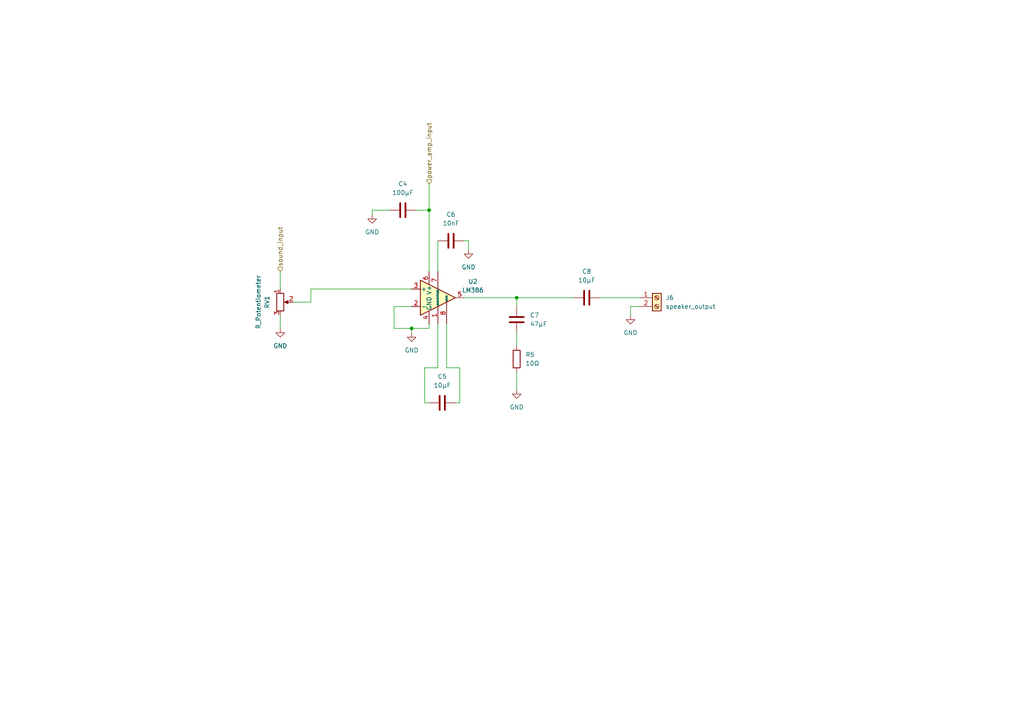
<source format=kicad_sch>
(kicad_sch (version 20231120) (generator "eeschema") (generator_version "8.0")
  (paper "A4")
  (title_block (title "Internet_of_Plants") (date "2023-09-29") (company "DeVinci Innovation Center") (comment 1 "Author : SEGUI Matthieu"))
  (lib_symbols
    (symbol "Amplifier_Audio:LM386" (pin_names (offset 0.127))
      (property "Reference" "U" (at 1.27 7.62 0))
      (property "Value" "LM386" (at 1.27 5.08 0))
      (symbol "LM386_0_1"
        (polyline (pts (xy 5.08 0) (xy -5.08 5.08) (xy -5.08 -5.08) (xy 5.08 0)) (stroke (width 0.254)) (fill (type background)))
      )
      (symbol "LM386_1_1"
        (pin input line (at 0 -7.62 90) (length 5.08) (name "GAIN") (number "1"))
        (pin input line (at -7.62 -2.54 0) (length 2.54) (name "-") (number "2"))
        (pin input line (at -7.62 2.54 0) (length 2.54) (name "+") (number "3"))
        (pin power_in line (at -2.54 -7.62 90) (length 3.81) (name "GND") (number "4"))
        (pin output line (at 7.62 0 180) (length 2.54) (name "~") (number "5"))
        (pin power_in line (at -2.54 7.62 270) (length 3.81) (name "V+") (number "6"))
        (pin input line (at 0 7.62 270) (length 5.08) (name "BYPASS") (number "7"))
        (pin input line (at 2.54 -7.62 90) (length 6.35) (name "GAIN") (number "8"))
      )
    )
    (symbol "Connector:Screw_Terminal_01x02" (pin_names (offset 1.016) hide)
      (property "Reference" "J" (at 0 2.54 0))
      (property "Value" "Screw_Terminal_01x02" (at 0 -5.08 0))
      (symbol "Screw_Terminal_01x02_1_1"
        (rectangle (start -1.27 1.27) (end 1.27 -3.81) (stroke (width 0.254)) (fill (type background)))
        (circle (center 0 -2.54) (radius 0.635) (stroke (width 0.1524)))
        (polyline (pts (xy -0.5334 -2.2098) (xy 0.3302 -3.048)) (stroke (width 0.1524)))
        (polyline (pts (xy -0.5334 0.3302) (xy 0.3302 -0.508)) (stroke (width 0.1524)))
        (polyline (pts (xy -0.3556 -2.032) (xy 0.508 -2.8702)) (stroke (width 0.1524)))
        (polyline (pts (xy -0.3556 0.508) (xy 0.508 -0.3302)) (stroke (width 0.1524)))
        (circle (center 0 0) (radius 0.635) (stroke (width 0.1524)))
        (pin passive line (at -5.08 0 0) (length 3.81) (name "Pin_1") (number "1"))
        (pin passive line (at -5.08 -2.54 0) (length 3.81) (name "Pin_2") (number "2"))
      )
    )
    (symbol "Device:C" (pin_numbers hide) (pin_names (offset 0.254))
      (property "Reference" "C" (at 0.635 2.54 0))
      (property "Value" "C" (at 0.635 -2.54 0))
      (symbol "C_0_1"
        (polyline (pts (xy -2.032 -0.762) (xy 2.032 -0.762)) (stroke (width 0.508)))
        (polyline (pts (xy -2.032 0.762) (xy 2.032 0.762)) (stroke (width 0.508)))
      )
      (symbol "C_1_1"
        (pin passive line (at 0 3.81 270) (length 2.794) (name "~") (number "1"))
        (pin passive line (at 0 -3.81 90) (length 2.794) (name "~") (number "2"))
      )
    )
    (symbol "Device:R" (pin_numbers hide) (pin_names (offset 0))
      (property "Reference" "R" (at 2.032 0 90))
      (property "Value" "R" (at 0 0 90))
      (symbol "R_0_1"
        (rectangle (start -1.016 -2.54) (end 1.016 2.54) (stroke (width 0.254)))
      )
      (symbol "R_1_1"
        (pin passive line (at 0 3.81 270) (length 1.27) (name "~") (number "1"))
        (pin passive line (at 0 -3.81 90) (length 1.27) (name "~") (number "2"))
      )
    )
    (symbol "Device:R_Potentiometer" (pin_names (offset 1.016) hide)
      (property "Reference" "RV" (at -4.445 0 90))
      (property "Value" "R_Potentiometer" (at -2.54 0 90))
      (symbol "R_Potentiometer_0_1"
        (polyline (pts (xy 2.54 0) (xy 1.524 0)))
        (polyline (pts (xy 1.143 0) (xy 2.286 0.508) (xy 2.286 -0.508) (xy 1.143 0)) (fill (type outline)))
        (rectangle (start 1.016 2.54) (end -1.016 -2.54) (stroke (width 0.254)))
      )
      (symbol "R_Potentiometer_1_1"
        (pin passive line (at 0 3.81 270) (length 1.27) (name "1") (number "1"))
        (pin passive line (at 3.81 0 180) (length 1.27) (name "2") (number "2"))
        (pin passive line (at 0 -3.81 90) (length 1.27) (name "3") (number "3"))
      )
    )
    (symbol "power:GND" (power) (pin_names (offset 0))
      (property "Value" "GND" (at 0 -3.81 0))
      (symbol "GND_0_1"
        (polyline (pts (xy 0 0) (xy 0 -1.27) (xy 1.27 -1.27) (xy 0 -2.54) (xy -1.27 -1.27) (xy 0 -1.27)))
      )
      (symbol "GND_1_1"
        (pin power_in line (at 0 0 270) (length 0) hide (name "GND") (number "1"))
      )
    )
  )
  (junction (at 119.38 95.25))
  (junction (at 124.46 60.96))
  (junction (at 149.86 86.36))
  (wire (pts (xy 182.88 88.9) (xy 182.88 91.44)))
  (wire (pts (xy 123.19 116.84) (xy 124.46 116.84)))
  (wire (pts (xy 119.38 83.82) (xy 90.17 83.82)))
  (wire (pts (xy 81.28 91.44) (xy 81.28 95.25)))
  (wire (pts (xy 114.3 88.9) (xy 114.3 95.25)))
  (wire (pts (xy 127 106.68) (xy 123.19 106.68)))
  (wire (pts (xy 133.35 116.84) (xy 132.08 116.84)))
  (wire (pts (xy 135.89 69.85) (xy 135.89 72.39)))
  (wire (pts (xy 134.62 86.36) (xy 149.86 86.36)))
  (wire (pts (xy 124.46 93.98) (xy 124.46 95.25)))
  (wire (pts (xy 124.46 53.34) (xy 124.46 60.96)))
  (wire (pts (xy 127 69.85) (xy 127 78.74)))
  (wire (pts (xy 129.54 93.98) (xy 129.54 106.68)))
  (wire (pts (xy 149.86 86.36) (xy 166.37 86.36)))
  (wire (pts (xy 119.38 95.25) (xy 119.38 96.52)))
  (wire (pts (xy 119.38 88.9) (xy 114.3 88.9)))
  (wire (pts (xy 127 93.98) (xy 127 106.68)))
  (wire (pts (xy 149.86 107.95) (xy 149.86 113.03)))
  (wire (pts (xy 123.19 106.68) (xy 123.19 116.84)))
  (wire (pts (xy 185.42 88.9) (xy 182.88 88.9)))
  (wire (pts (xy 134.62 69.85) (xy 135.89 69.85)))
  (wire (pts (xy 120.65 60.96) (xy 124.46 60.96)))
  (wire (pts (xy 90.17 87.63) (xy 85.09 87.63)))
  (wire (pts (xy 81.28 78.74) (xy 81.28 83.82)))
  (wire (pts (xy 119.38 95.25) (xy 124.46 95.25)))
  (wire (pts (xy 129.54 106.68) (xy 133.35 106.68)))
  (wire (pts (xy 113.03 60.96) (xy 107.95 60.96)))
  (wire (pts (xy 173.99 86.36) (xy 185.42 86.36)))
  (wire (pts (xy 149.86 96.52) (xy 149.86 100.33)))
  (wire (pts (xy 114.3 95.25) (xy 119.38 95.25)))
  (wire (pts (xy 149.86 86.36) (xy 149.86 88.9)))
  (wire (pts (xy 133.35 106.68) (xy 133.35 116.84)))
  (wire (pts (xy 90.17 83.82) (xy 90.17 87.63)))
  (wire (pts (xy 124.46 60.96) (xy 124.46 78.74)))
  (wire (pts (xy 107.95 60.96) (xy 107.95 62.23)))
  (hierarchical_label "power_amp_input" (shape input) (at 124.46 53.34 90))
  (hierarchical_label "sound_input" (shape input) (at 81.28 78.74 90))
  (symbol (lib_id "Device:C") (at 149.86 92.71 0) (unit 1)
    (property "Reference" "C7" (at 153.67 91.4399 0) (effects (justify left)))
    (property "Value" "47μF" (at 153.67 93.9799 0) (effects (justify left)))
    (property "Footprint" "Capacitor_THT:CP_Radial_D8.0mm_P3.80mm" (effects (hide yes)))
  )
  (symbol (lib_id "Device:R_Potentiometer") (at 81.28 87.63 0) (unit 1)
    (property "Reference" "RV1" (at 77.47 87.63 90))
    (property "Value" "R_Potentiometer" (at 74.93 87.63 90))
    (property "Footprint" "Potentiometer_THT:Potentiometer_ACP_CA9-V10_Vertical" (effects (hide yes)))
  )
  (symbol (lib_id "Device:R") (at 149.86 104.14 0) (unit 1)
    (property "Reference" "R5" (at 152.4 102.8699 0) (effects (justify left)))
    (property "Value" "10Ω" (at 152.4 105.4099 0) (effects (justify left)))
    (property "Footprint" "Resistor_SMD:R_1206_3216Metric_Pad1.30x1.75mm_HandSolder" (effects (hide yes)))
  )
  (symbol (lib_id "Connector:Screw_Terminal_01x02") (at 190.5 86.36 0) (unit 1)
    (property "Reference" "J6" (at 193.04 86.3599 0) (effects (justify left)))
    (property "Value" "speaker_output" (at 193.04 88.8999 0) (effects (justify left)))
    (property "Footprint" "TerminalBlock:TerminalBlock_bornier-2_P5.08mm" (effects (hide yes)))
  )
  (symbol (lib_id "power:GND") (at 81.28 95.25 0) (unit 1)
    (property "Reference" "#PWR08" (effects (hide yes)))
    (property "Value" "GND" (at 81.28 100.33 0))
  )
  (symbol (lib_id "power:GND") (at 182.88 91.44 0) (unit 1)
    (property "Reference" "#PWR013" (effects (hide yes)))
    (property "Value" "GND" (at 182.88 96.52 0))
  )
  (symbol (lib_id "power:GND") (at 107.95 62.23 0) (unit 1)
    (property "Reference" "#PWR09" (effects (hide yes)))
    (property "Value" "GND" (at 107.95 67.31 0))
  )
  (symbol (lib_id "Device:C") (at 130.81 69.85 90) (unit 1)
    (property "Reference" "C6" (at 130.81 62.23 90))
    (property "Value" "10nF" (at 130.81 64.77 90))
    (property "Footprint" "Capacitor_SMD:C_0603_1608Metric_Pad1.08x0.95mm_HandSolder" (effects (hide yes)))
  )
  (symbol (lib_id "power:GND") (at 149.86 113.03 0) (unit 1)
    (property "Reference" "#PWR012" (effects (hide yes)))
    (property "Value" "GND" (at 149.86 118.11 0))
  )
  (symbol (lib_id "power:GND") (at 135.89 72.39 0) (unit 1)
    (property "Reference" "#PWR011" (effects (hide yes)))
    (property "Value" "GND" (at 135.89 77.47 0))
  )
  (symbol (lib_id "Device:C") (at 128.27 116.84 90) (unit 1)
    (property "Reference" "C5" (at 128.27 109.22 90))
    (property "Value" "10μF" (at 128.27 111.76 90))
    (property "Footprint" "Capacitor_SMD:C_0603_1608Metric_Pad1.08x0.95mm_HandSolder" (effects (hide yes)))
  )
  (symbol (lib_id "Device:C") (at 170.18 86.36 90) (unit 1)
    (property "Reference" "C8" (at 170.18 78.74 90))
    (property "Value" "10μF" (at 170.18 81.28 90))
    (property "Footprint" "Capacitor_SMD:C_0603_1608Metric_Pad1.08x0.95mm_HandSolder" (effects (hide yes)))
  )
  (symbol (lib_id "Device:C") (at 116.84 60.96 90) (unit 1)
    (property "Reference" "C4" (at 116.84 53.34 90))
    (property "Value" "100μF" (at 116.84 55.88 90))
    (property "Footprint" "Capacitor_THT:CP_Radial_D8.0mm_P3.80mm" (effects (hide yes)))
  )
  (symbol (lib_id "power:GND") (at 119.38 96.52 0) (unit 1)
    (property "Reference" "#PWR010" (effects (hide yes)))
    (property "Value" "GND" (at 119.38 101.6 0))
  )
  (symbol (lib_id "Amplifier_Audio:LM386") (at 127 86.36 0) (unit 1)
    (property "Reference" "U2" (at 137.16 81.661 0))
    (property "Value" "LM386" (at 137.16 84.201 0))
    (property "Footprint" "Package_DIP:DIP-8_W7.62mm_Socket_LongPads" (effects (hide yes)))
    (property "Datasheet" "http://www.ti.com/lit/ds/symlink/lm386.pdf" (effects (hide yes)))
  )
)
</source>
